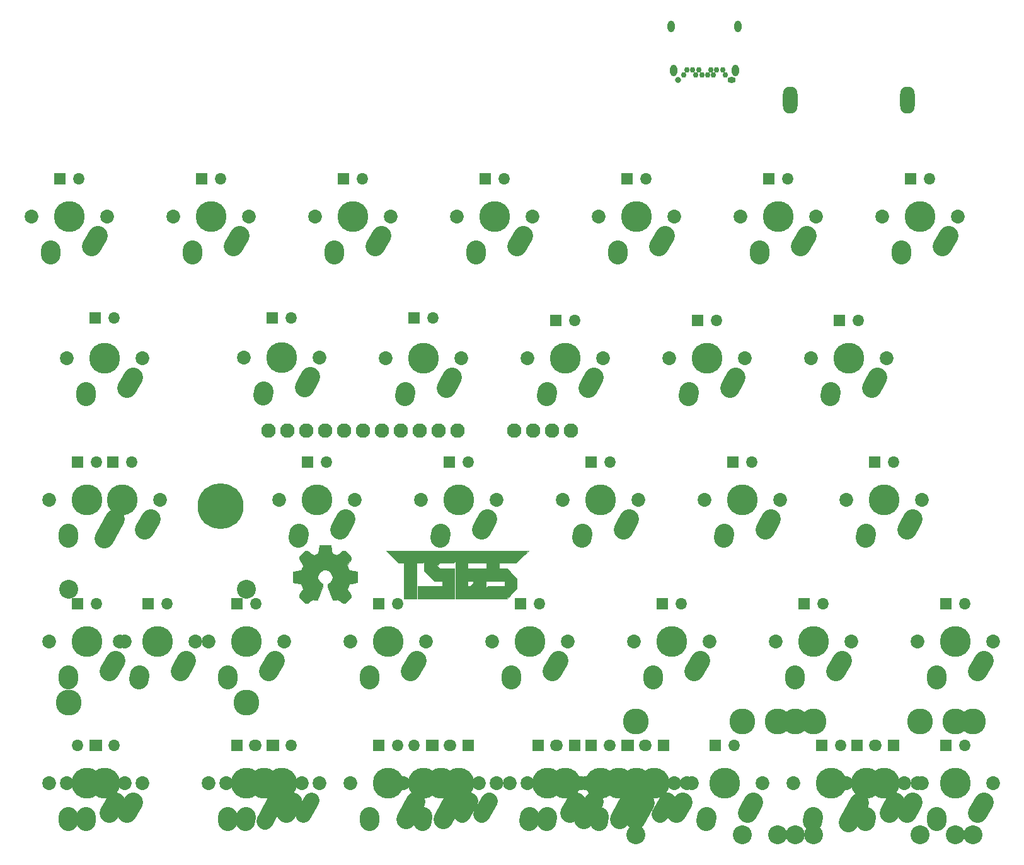
<source format=gbr>
G04 #@! TF.FileFunction,Soldermask,Top*
%FSLAX46Y46*%
G04 Gerber Fmt 4.6, Leading zero omitted, Abs format (unit mm)*
G04 Created by KiCad (PCBNEW 4.0.1-stable) date 2/1/2016 10:13:23 PM*
%MOMM*%
G01*
G04 APERTURE LIST*
%ADD10C,0.150000*%
%ADD11C,0.010000*%
%ADD12C,0.002540*%
%ADD13O,1.552400X1.552400*%
%ADD14R,1.552400X1.552400*%
%ADD15C,4.140210*%
%ADD16C,1.854210*%
%ADD17C,2.652400*%
%ADD18C,2.540000*%
%ADD19C,3.479800*%
%ADD20C,2.252400*%
%ADD21C,2.452400*%
%ADD22C,1.952400*%
%ADD23C,6.152400*%
%ADD24O,1.952400X3.652400*%
%ADD25C,2.152400*%
%ADD26O,0.952400X1.552400*%
%ADD27C,0.802400*%
%ADD28O,1.102400X0.802400*%
%ADD29C,0.752400*%
G04 APERTURE END LIST*
D10*
D11*
G36*
X86580320Y-91435360D02*
X84182560Y-91435360D01*
X84182560Y-92166880D01*
X86580320Y-92166880D01*
X86580320Y-93497840D01*
X86580378Y-93660521D01*
X86580547Y-93817499D01*
X86580822Y-93967585D01*
X86581194Y-94109589D01*
X86581657Y-94242325D01*
X86582204Y-94364602D01*
X86582828Y-94475233D01*
X86583522Y-94573030D01*
X86584279Y-94656804D01*
X86585092Y-94725366D01*
X86585955Y-94777528D01*
X86586860Y-94812102D01*
X86587800Y-94827899D01*
X86588086Y-94828800D01*
X86597397Y-94821938D01*
X86618568Y-94802868D01*
X86649202Y-94773856D01*
X86686900Y-94737174D01*
X86727639Y-94696720D01*
X86859426Y-94564640D01*
X89110160Y-94564640D01*
X89110160Y-93843280D01*
X86712400Y-93843280D01*
X86712400Y-89769120D01*
X92315593Y-89769120D01*
X91482519Y-90602240D01*
X90649446Y-91435360D01*
X88388800Y-91435360D01*
X88388800Y-92166880D01*
X88914608Y-92166879D01*
X89440417Y-92166879D01*
X90113488Y-92840008D01*
X90786560Y-93513136D01*
X90786559Y-94204017D01*
X90786559Y-94894897D01*
X90113431Y-95567968D01*
X89440303Y-96241040D01*
X82516161Y-96241040D01*
X82518633Y-93843280D01*
X84182560Y-93843280D01*
X84182560Y-94564640D01*
X84462129Y-94564640D01*
X84688104Y-94338497D01*
X84914080Y-94112354D01*
X84914080Y-93843280D01*
X84182560Y-93843280D01*
X82518633Y-93843280D01*
X82518780Y-93701204D01*
X82521400Y-91161369D01*
X82414720Y-91267252D01*
X82371065Y-91309981D01*
X82337327Y-91340978D01*
X82309433Y-91363248D01*
X82283309Y-91379795D01*
X82254884Y-91393626D01*
X82229035Y-91404247D01*
X82150031Y-91435359D01*
X81299289Y-91435359D01*
X80448548Y-91435360D01*
X80265879Y-91618240D01*
X80083211Y-91801119D01*
X80265880Y-91983999D01*
X80448548Y-92166880D01*
X82384240Y-92166880D01*
X82384240Y-96241040D01*
X77416000Y-96241040D01*
X77416000Y-94564640D01*
X80718000Y-94564640D01*
X80718000Y-93843280D01*
X80187111Y-93843280D01*
X79656222Y-93843279D01*
X78983002Y-93170002D01*
X78309781Y-92496724D01*
X78312470Y-91846662D01*
X78313076Y-91733099D01*
X78313915Y-91625215D01*
X78314956Y-91524783D01*
X78316169Y-91433575D01*
X78317522Y-91353363D01*
X78318984Y-91285919D01*
X78320525Y-91233015D01*
X78322115Y-91196423D01*
X78323721Y-91177916D01*
X78324140Y-91176280D01*
X78320163Y-91176740D01*
X78303848Y-91189833D01*
X78277172Y-91213772D01*
X78242116Y-91246772D01*
X78200657Y-91287045D01*
X78191929Y-91295660D01*
X78050736Y-91435360D01*
X77283920Y-91435360D01*
X77283920Y-96241040D01*
X75617680Y-96241040D01*
X75617680Y-91435360D01*
X74850553Y-91435360D01*
X74017479Y-90602240D01*
X73184406Y-89769120D01*
X86580320Y-89769120D01*
X86580320Y-91435360D01*
X86580320Y-91435360D01*
G37*
X86580320Y-91435360D02*
X84182560Y-91435360D01*
X84182560Y-92166880D01*
X86580320Y-92166880D01*
X86580320Y-93497840D01*
X86580378Y-93660521D01*
X86580547Y-93817499D01*
X86580822Y-93967585D01*
X86581194Y-94109589D01*
X86581657Y-94242325D01*
X86582204Y-94364602D01*
X86582828Y-94475233D01*
X86583522Y-94573030D01*
X86584279Y-94656804D01*
X86585092Y-94725366D01*
X86585955Y-94777528D01*
X86586860Y-94812102D01*
X86587800Y-94827899D01*
X86588086Y-94828800D01*
X86597397Y-94821938D01*
X86618568Y-94802868D01*
X86649202Y-94773856D01*
X86686900Y-94737174D01*
X86727639Y-94696720D01*
X86859426Y-94564640D01*
X89110160Y-94564640D01*
X89110160Y-93843280D01*
X86712400Y-93843280D01*
X86712400Y-89769120D01*
X92315593Y-89769120D01*
X91482519Y-90602240D01*
X90649446Y-91435360D01*
X88388800Y-91435360D01*
X88388800Y-92166880D01*
X88914608Y-92166879D01*
X89440417Y-92166879D01*
X90113488Y-92840008D01*
X90786560Y-93513136D01*
X90786559Y-94204017D01*
X90786559Y-94894897D01*
X90113431Y-95567968D01*
X89440303Y-96241040D01*
X82516161Y-96241040D01*
X82518633Y-93843280D01*
X84182560Y-93843280D01*
X84182560Y-94564640D01*
X84462129Y-94564640D01*
X84688104Y-94338497D01*
X84914080Y-94112354D01*
X84914080Y-93843280D01*
X84182560Y-93843280D01*
X82518633Y-93843280D01*
X82518780Y-93701204D01*
X82521400Y-91161369D01*
X82414720Y-91267252D01*
X82371065Y-91309981D01*
X82337327Y-91340978D01*
X82309433Y-91363248D01*
X82283309Y-91379795D01*
X82254884Y-91393626D01*
X82229035Y-91404247D01*
X82150031Y-91435359D01*
X81299289Y-91435359D01*
X80448548Y-91435360D01*
X80265879Y-91618240D01*
X80083211Y-91801119D01*
X80265880Y-91983999D01*
X80448548Y-92166880D01*
X82384240Y-92166880D01*
X82384240Y-96241040D01*
X77416000Y-96241040D01*
X77416000Y-94564640D01*
X80718000Y-94564640D01*
X80718000Y-93843280D01*
X80187111Y-93843280D01*
X79656222Y-93843279D01*
X78983002Y-93170002D01*
X78309781Y-92496724D01*
X78312470Y-91846662D01*
X78313076Y-91733099D01*
X78313915Y-91625215D01*
X78314956Y-91524783D01*
X78316169Y-91433575D01*
X78317522Y-91353363D01*
X78318984Y-91285919D01*
X78320525Y-91233015D01*
X78322115Y-91196423D01*
X78323721Y-91177916D01*
X78324140Y-91176280D01*
X78320163Y-91176740D01*
X78303848Y-91189833D01*
X78277172Y-91213772D01*
X78242116Y-91246772D01*
X78200657Y-91287045D01*
X78191929Y-91295660D01*
X78050736Y-91435360D01*
X77283920Y-91435360D01*
X77283920Y-96241040D01*
X75617680Y-96241040D01*
X75617680Y-91435360D01*
X74850553Y-91435360D01*
X74017479Y-90602240D01*
X73184406Y-89769120D01*
X86580320Y-89769120D01*
X86580320Y-91435360D01*
D12*
G36*
X69330700Y-93492760D02*
X69330700Y-93629920D01*
X69330700Y-93741680D01*
X69328160Y-93830580D01*
X69328160Y-93901700D01*
X69325620Y-93955040D01*
X69323080Y-93993140D01*
X69320540Y-94021080D01*
X69315460Y-94036320D01*
X69310380Y-94041400D01*
X69292600Y-94049020D01*
X69249420Y-94059180D01*
X69185920Y-94074420D01*
X69104640Y-94089660D01*
X69008120Y-94109980D01*
X68898900Y-94130300D01*
X68784600Y-94153160D01*
X68657600Y-94176020D01*
X68543300Y-94198880D01*
X68444240Y-94219200D01*
X68362960Y-94236980D01*
X68302000Y-94249680D01*
X68266440Y-94259840D01*
X68256280Y-94264920D01*
X68246120Y-94282700D01*
X68225800Y-94320800D01*
X68200400Y-94379220D01*
X68169920Y-94447800D01*
X68136900Y-94524000D01*
X68103880Y-94607820D01*
X68070860Y-94689100D01*
X68040380Y-94765300D01*
X68014980Y-94833880D01*
X67994660Y-94889760D01*
X67981960Y-94927860D01*
X67979420Y-94943100D01*
X67987040Y-94955800D01*
X68009900Y-94991360D01*
X68045460Y-95044700D01*
X68091180Y-95110740D01*
X68144520Y-95189480D01*
X68202940Y-95275840D01*
X68241040Y-95329180D01*
X68497580Y-95705100D01*
X68497580Y-95872740D01*
X68497580Y-96040380D01*
X68106420Y-96431540D01*
X67715260Y-96822700D01*
X67550160Y-96822700D01*
X67387600Y-96822700D01*
X67016760Y-96568700D01*
X66648460Y-96314700D01*
X66529080Y-96378200D01*
X66412240Y-96444240D01*
X66239520Y-96439160D01*
X66066800Y-96434080D01*
X65688340Y-95524760D01*
X65309880Y-94615440D01*
X65309880Y-94470660D01*
X65309880Y-94407160D01*
X65312420Y-94353820D01*
X65314960Y-94318260D01*
X65317500Y-94305560D01*
X65332740Y-94287780D01*
X65365760Y-94259840D01*
X65411480Y-94224280D01*
X65454660Y-94193800D01*
X65571500Y-94107440D01*
X65668020Y-94026160D01*
X65746760Y-93944880D01*
X65812800Y-93858520D01*
X65871220Y-93759460D01*
X65909320Y-93685800D01*
X65967740Y-93553720D01*
X66000760Y-93434340D01*
X66008380Y-93325120D01*
X66003300Y-93256540D01*
X65957580Y-93091440D01*
X65886460Y-92936500D01*
X65795020Y-92791720D01*
X65678180Y-92659640D01*
X65543560Y-92545340D01*
X65393700Y-92451360D01*
X65373380Y-92441200D01*
X65266700Y-92392940D01*
X65162560Y-92359920D01*
X65063500Y-92339600D01*
X65005080Y-92334520D01*
X64898400Y-92347220D01*
X64779020Y-92380240D01*
X64654560Y-92433580D01*
X64532640Y-92504700D01*
X64418340Y-92588520D01*
X64314200Y-92682500D01*
X64248160Y-92753620D01*
X64187200Y-92842520D01*
X64126240Y-92949200D01*
X64075440Y-93063500D01*
X64034800Y-93172720D01*
X64024640Y-93208280D01*
X64011940Y-93281940D01*
X64006860Y-93350520D01*
X64011940Y-93416560D01*
X64032260Y-93492760D01*
X64062740Y-93586740D01*
X64070360Y-93607060D01*
X64144020Y-93762000D01*
X64240540Y-93904240D01*
X64362460Y-94036320D01*
X64507240Y-94155700D01*
X64606300Y-94224280D01*
X64646940Y-94252220D01*
X64679960Y-94275080D01*
X64695200Y-94287780D01*
X64697740Y-94308100D01*
X64702820Y-94351280D01*
X64702820Y-94407160D01*
X64705360Y-94460500D01*
X64705360Y-94615440D01*
X64337060Y-95499360D01*
X64276100Y-95651760D01*
X64217680Y-95794000D01*
X64161800Y-95928620D01*
X64111000Y-96050540D01*
X64065280Y-96157220D01*
X64027180Y-96248660D01*
X63996700Y-96324860D01*
X63973840Y-96378200D01*
X63958600Y-96408680D01*
X63956060Y-96413760D01*
X63948440Y-96426460D01*
X63933200Y-96434080D01*
X63907800Y-96439160D01*
X63867160Y-96441700D01*
X63806200Y-96441700D01*
X63775720Y-96441700D01*
X63608080Y-96441700D01*
X63488700Y-96378200D01*
X63369320Y-96314700D01*
X63138180Y-96474720D01*
X63054360Y-96530600D01*
X62968000Y-96591560D01*
X62884180Y-96647440D01*
X62813060Y-96695700D01*
X62767340Y-96728720D01*
X62627640Y-96822700D01*
X62462540Y-96822700D01*
X62299980Y-96822700D01*
X61906280Y-96431540D01*
X61515120Y-96040380D01*
X61515120Y-95875280D01*
X61515120Y-95804160D01*
X61517660Y-95755900D01*
X61522740Y-95720340D01*
X61530360Y-95694940D01*
X61545600Y-95669540D01*
X61563380Y-95644140D01*
X61583700Y-95613660D01*
X61616720Y-95562860D01*
X61662440Y-95496820D01*
X61713240Y-95420620D01*
X61771660Y-95336800D01*
X61822460Y-95260600D01*
X61880880Y-95176780D01*
X61931680Y-95100580D01*
X61974860Y-95034540D01*
X62007880Y-94981200D01*
X62030740Y-94945640D01*
X62038360Y-94930400D01*
X62033280Y-94912620D01*
X62018040Y-94871980D01*
X61997720Y-94813560D01*
X61967240Y-94739900D01*
X61934220Y-94656080D01*
X61908820Y-94590040D01*
X61865640Y-94480820D01*
X61830080Y-94397000D01*
X61802140Y-94333500D01*
X61779280Y-94290320D01*
X61764040Y-94264920D01*
X61751340Y-94254760D01*
X61728480Y-94249680D01*
X61685300Y-94239520D01*
X61619260Y-94226820D01*
X61535440Y-94209040D01*
X61436380Y-94191260D01*
X61327160Y-94168400D01*
X61220480Y-94150620D01*
X61106180Y-94127760D01*
X60996960Y-94107440D01*
X60902980Y-94087120D01*
X60821700Y-94071880D01*
X60758200Y-94056640D01*
X60717560Y-94046480D01*
X60702320Y-94041400D01*
X60697240Y-94033780D01*
X60694700Y-94016000D01*
X60692160Y-93985520D01*
X60689620Y-93942340D01*
X60687080Y-93883920D01*
X60684540Y-93805180D01*
X60684540Y-93708660D01*
X60684540Y-93589280D01*
X60682000Y-93441960D01*
X60682000Y-93330200D01*
X60682000Y-92634240D01*
X60715020Y-92616460D01*
X60735340Y-92608840D01*
X60781060Y-92596140D01*
X60847100Y-92583440D01*
X60930920Y-92565660D01*
X61029980Y-92545340D01*
X61141740Y-92525020D01*
X61258580Y-92502160D01*
X61261120Y-92502160D01*
X61377960Y-92479300D01*
X61487180Y-92458980D01*
X61586240Y-92438660D01*
X61667520Y-92420880D01*
X61731020Y-92408180D01*
X61774200Y-92395480D01*
X61794520Y-92390400D01*
X61794520Y-92390400D01*
X61804680Y-92372620D01*
X61822460Y-92334520D01*
X61847860Y-92278640D01*
X61880880Y-92210060D01*
X61913900Y-92133860D01*
X61946920Y-92055120D01*
X61982480Y-91978920D01*
X62012960Y-91907800D01*
X62038360Y-91844300D01*
X62056140Y-91798580D01*
X62066300Y-91770640D01*
X62066300Y-91768100D01*
X62058680Y-91752860D01*
X62035820Y-91717300D01*
X62002800Y-91663960D01*
X61957080Y-91595380D01*
X61903740Y-91516640D01*
X61842780Y-91427740D01*
X61791980Y-91351540D01*
X61515120Y-90950220D01*
X61515120Y-90787660D01*
X61515120Y-90625100D01*
X61906280Y-90231400D01*
X62297440Y-89840240D01*
X62465080Y-89840240D01*
X62632720Y-89840240D01*
X62988320Y-90084080D01*
X63079760Y-90145040D01*
X63166120Y-90206000D01*
X63244860Y-90259340D01*
X63310900Y-90305060D01*
X63361700Y-90340620D01*
X63394720Y-90363480D01*
X63399800Y-90366020D01*
X63458220Y-90406660D01*
X63724920Y-90297440D01*
X63829060Y-90256800D01*
X63907800Y-90223780D01*
X63968760Y-90198380D01*
X64011940Y-90178060D01*
X64039880Y-90162820D01*
X64057660Y-90150120D01*
X64070360Y-90139960D01*
X64075440Y-90127260D01*
X64075440Y-90124720D01*
X64080520Y-90104400D01*
X64090680Y-90058680D01*
X64103380Y-89995180D01*
X64118620Y-89911360D01*
X64138940Y-89812300D01*
X64159260Y-89703080D01*
X64179580Y-89583700D01*
X64182120Y-89571000D01*
X64204980Y-89454160D01*
X64227840Y-89342400D01*
X64245620Y-89243340D01*
X64263400Y-89159520D01*
X64278640Y-89093480D01*
X64288800Y-89047760D01*
X64296420Y-89027440D01*
X64296420Y-89027440D01*
X64304040Y-89022360D01*
X64321820Y-89019820D01*
X64347220Y-89014740D01*
X64387860Y-89012200D01*
X64443740Y-89012200D01*
X64517400Y-89009660D01*
X64608840Y-89009660D01*
X64723140Y-89007120D01*
X64862840Y-89007120D01*
X65005080Y-89007120D01*
X65142240Y-89007120D01*
X65271780Y-89009660D01*
X65388620Y-89009660D01*
X65492760Y-89012200D01*
X65581660Y-89012200D01*
X65647700Y-89014740D01*
X65693420Y-89017280D01*
X65716280Y-89019820D01*
X65716280Y-89019820D01*
X65723900Y-89037600D01*
X65734060Y-89078240D01*
X65749300Y-89146820D01*
X65769620Y-89233180D01*
X65789940Y-89342400D01*
X65815340Y-89469400D01*
X65833120Y-89565920D01*
X65855980Y-89685300D01*
X65876300Y-89799600D01*
X65896620Y-89901200D01*
X65911860Y-89987560D01*
X65927100Y-90056140D01*
X65937260Y-90104400D01*
X65942340Y-90129800D01*
X65942340Y-90129800D01*
X65955040Y-90145040D01*
X65985520Y-90162820D01*
X66031240Y-90185680D01*
X66099820Y-90216160D01*
X66188720Y-90256800D01*
X66254760Y-90282200D01*
X66351280Y-90322840D01*
X66424940Y-90350780D01*
X66478280Y-90373640D01*
X66518920Y-90386340D01*
X66544320Y-90391420D01*
X66564640Y-90393960D01*
X66577340Y-90388880D01*
X66590040Y-90383800D01*
X66592580Y-90381260D01*
X66612900Y-90368560D01*
X66653540Y-90340620D01*
X66709420Y-90299980D01*
X66783080Y-90251720D01*
X66864360Y-90195840D01*
X66955800Y-90134880D01*
X67006600Y-90099320D01*
X67382520Y-89840240D01*
X67550160Y-89840240D01*
X67715260Y-89840240D01*
X68106420Y-90231400D01*
X68497580Y-90622560D01*
X68497580Y-90790200D01*
X68497580Y-90957840D01*
X68220720Y-91359160D01*
X67943860Y-91760480D01*
X68075940Y-92072900D01*
X68116580Y-92161800D01*
X68152140Y-92243080D01*
X68185160Y-92309120D01*
X68210560Y-92359920D01*
X68228340Y-92390400D01*
X68233420Y-92395480D01*
X68253740Y-92400560D01*
X68296920Y-92410720D01*
X68360420Y-92425960D01*
X68444240Y-92441200D01*
X68543300Y-92461520D01*
X68652520Y-92481840D01*
X68769360Y-92504700D01*
X68782060Y-92507240D01*
X68919220Y-92532640D01*
X69038600Y-92555500D01*
X69137660Y-92575820D01*
X69218940Y-92593600D01*
X69277360Y-92608840D01*
X69310380Y-92619000D01*
X69318000Y-92624080D01*
X69320540Y-92639320D01*
X69323080Y-92682500D01*
X69325620Y-92748540D01*
X69328160Y-92834900D01*
X69328160Y-92936500D01*
X69330700Y-93050800D01*
X69330700Y-93177800D01*
X69330700Y-93314960D01*
X69330700Y-93332740D01*
X69330700Y-93492760D01*
X69330700Y-93492760D01*
X69330700Y-93492760D01*
G37*
X69330700Y-93492760D02*
X69330700Y-93629920D01*
X69330700Y-93741680D01*
X69328160Y-93830580D01*
X69328160Y-93901700D01*
X69325620Y-93955040D01*
X69323080Y-93993140D01*
X69320540Y-94021080D01*
X69315460Y-94036320D01*
X69310380Y-94041400D01*
X69292600Y-94049020D01*
X69249420Y-94059180D01*
X69185920Y-94074420D01*
X69104640Y-94089660D01*
X69008120Y-94109980D01*
X68898900Y-94130300D01*
X68784600Y-94153160D01*
X68657600Y-94176020D01*
X68543300Y-94198880D01*
X68444240Y-94219200D01*
X68362960Y-94236980D01*
X68302000Y-94249680D01*
X68266440Y-94259840D01*
X68256280Y-94264920D01*
X68246120Y-94282700D01*
X68225800Y-94320800D01*
X68200400Y-94379220D01*
X68169920Y-94447800D01*
X68136900Y-94524000D01*
X68103880Y-94607820D01*
X68070860Y-94689100D01*
X68040380Y-94765300D01*
X68014980Y-94833880D01*
X67994660Y-94889760D01*
X67981960Y-94927860D01*
X67979420Y-94943100D01*
X67987040Y-94955800D01*
X68009900Y-94991360D01*
X68045460Y-95044700D01*
X68091180Y-95110740D01*
X68144520Y-95189480D01*
X68202940Y-95275840D01*
X68241040Y-95329180D01*
X68497580Y-95705100D01*
X68497580Y-95872740D01*
X68497580Y-96040380D01*
X68106420Y-96431540D01*
X67715260Y-96822700D01*
X67550160Y-96822700D01*
X67387600Y-96822700D01*
X67016760Y-96568700D01*
X66648460Y-96314700D01*
X66529080Y-96378200D01*
X66412240Y-96444240D01*
X66239520Y-96439160D01*
X66066800Y-96434080D01*
X65688340Y-95524760D01*
X65309880Y-94615440D01*
X65309880Y-94470660D01*
X65309880Y-94407160D01*
X65312420Y-94353820D01*
X65314960Y-94318260D01*
X65317500Y-94305560D01*
X65332740Y-94287780D01*
X65365760Y-94259840D01*
X65411480Y-94224280D01*
X65454660Y-94193800D01*
X65571500Y-94107440D01*
X65668020Y-94026160D01*
X65746760Y-93944880D01*
X65812800Y-93858520D01*
X65871220Y-93759460D01*
X65909320Y-93685800D01*
X65967740Y-93553720D01*
X66000760Y-93434340D01*
X66008380Y-93325120D01*
X66003300Y-93256540D01*
X65957580Y-93091440D01*
X65886460Y-92936500D01*
X65795020Y-92791720D01*
X65678180Y-92659640D01*
X65543560Y-92545340D01*
X65393700Y-92451360D01*
X65373380Y-92441200D01*
X65266700Y-92392940D01*
X65162560Y-92359920D01*
X65063500Y-92339600D01*
X65005080Y-92334520D01*
X64898400Y-92347220D01*
X64779020Y-92380240D01*
X64654560Y-92433580D01*
X64532640Y-92504700D01*
X64418340Y-92588520D01*
X64314200Y-92682500D01*
X64248160Y-92753620D01*
X64187200Y-92842520D01*
X64126240Y-92949200D01*
X64075440Y-93063500D01*
X64034800Y-93172720D01*
X64024640Y-93208280D01*
X64011940Y-93281940D01*
X64006860Y-93350520D01*
X64011940Y-93416560D01*
X64032260Y-93492760D01*
X64062740Y-93586740D01*
X64070360Y-93607060D01*
X64144020Y-93762000D01*
X64240540Y-93904240D01*
X64362460Y-94036320D01*
X64507240Y-94155700D01*
X64606300Y-94224280D01*
X64646940Y-94252220D01*
X64679960Y-94275080D01*
X64695200Y-94287780D01*
X64697740Y-94308100D01*
X64702820Y-94351280D01*
X64702820Y-94407160D01*
X64705360Y-94460500D01*
X64705360Y-94615440D01*
X64337060Y-95499360D01*
X64276100Y-95651760D01*
X64217680Y-95794000D01*
X64161800Y-95928620D01*
X64111000Y-96050540D01*
X64065280Y-96157220D01*
X64027180Y-96248660D01*
X63996700Y-96324860D01*
X63973840Y-96378200D01*
X63958600Y-96408680D01*
X63956060Y-96413760D01*
X63948440Y-96426460D01*
X63933200Y-96434080D01*
X63907800Y-96439160D01*
X63867160Y-96441700D01*
X63806200Y-96441700D01*
X63775720Y-96441700D01*
X63608080Y-96441700D01*
X63488700Y-96378200D01*
X63369320Y-96314700D01*
X63138180Y-96474720D01*
X63054360Y-96530600D01*
X62968000Y-96591560D01*
X62884180Y-96647440D01*
X62813060Y-96695700D01*
X62767340Y-96728720D01*
X62627640Y-96822700D01*
X62462540Y-96822700D01*
X62299980Y-96822700D01*
X61906280Y-96431540D01*
X61515120Y-96040380D01*
X61515120Y-95875280D01*
X61515120Y-95804160D01*
X61517660Y-95755900D01*
X61522740Y-95720340D01*
X61530360Y-95694940D01*
X61545600Y-95669540D01*
X61563380Y-95644140D01*
X61583700Y-95613660D01*
X61616720Y-95562860D01*
X61662440Y-95496820D01*
X61713240Y-95420620D01*
X61771660Y-95336800D01*
X61822460Y-95260600D01*
X61880880Y-95176780D01*
X61931680Y-95100580D01*
X61974860Y-95034540D01*
X62007880Y-94981200D01*
X62030740Y-94945640D01*
X62038360Y-94930400D01*
X62033280Y-94912620D01*
X62018040Y-94871980D01*
X61997720Y-94813560D01*
X61967240Y-94739900D01*
X61934220Y-94656080D01*
X61908820Y-94590040D01*
X61865640Y-94480820D01*
X61830080Y-94397000D01*
X61802140Y-94333500D01*
X61779280Y-94290320D01*
X61764040Y-94264920D01*
X61751340Y-94254760D01*
X61728480Y-94249680D01*
X61685300Y-94239520D01*
X61619260Y-94226820D01*
X61535440Y-94209040D01*
X61436380Y-94191260D01*
X61327160Y-94168400D01*
X61220480Y-94150620D01*
X61106180Y-94127760D01*
X60996960Y-94107440D01*
X60902980Y-94087120D01*
X60821700Y-94071880D01*
X60758200Y-94056640D01*
X60717560Y-94046480D01*
X60702320Y-94041400D01*
X60697240Y-94033780D01*
X60694700Y-94016000D01*
X60692160Y-93985520D01*
X60689620Y-93942340D01*
X60687080Y-93883920D01*
X60684540Y-93805180D01*
X60684540Y-93708660D01*
X60684540Y-93589280D01*
X60682000Y-93441960D01*
X60682000Y-93330200D01*
X60682000Y-92634240D01*
X60715020Y-92616460D01*
X60735340Y-92608840D01*
X60781060Y-92596140D01*
X60847100Y-92583440D01*
X60930920Y-92565660D01*
X61029980Y-92545340D01*
X61141740Y-92525020D01*
X61258580Y-92502160D01*
X61261120Y-92502160D01*
X61377960Y-92479300D01*
X61487180Y-92458980D01*
X61586240Y-92438660D01*
X61667520Y-92420880D01*
X61731020Y-92408180D01*
X61774200Y-92395480D01*
X61794520Y-92390400D01*
X61794520Y-92390400D01*
X61804680Y-92372620D01*
X61822460Y-92334520D01*
X61847860Y-92278640D01*
X61880880Y-92210060D01*
X61913900Y-92133860D01*
X61946920Y-92055120D01*
X61982480Y-91978920D01*
X62012960Y-91907800D01*
X62038360Y-91844300D01*
X62056140Y-91798580D01*
X62066300Y-91770640D01*
X62066300Y-91768100D01*
X62058680Y-91752860D01*
X62035820Y-91717300D01*
X62002800Y-91663960D01*
X61957080Y-91595380D01*
X61903740Y-91516640D01*
X61842780Y-91427740D01*
X61791980Y-91351540D01*
X61515120Y-90950220D01*
X61515120Y-90787660D01*
X61515120Y-90625100D01*
X61906280Y-90231400D01*
X62297440Y-89840240D01*
X62465080Y-89840240D01*
X62632720Y-89840240D01*
X62988320Y-90084080D01*
X63079760Y-90145040D01*
X63166120Y-90206000D01*
X63244860Y-90259340D01*
X63310900Y-90305060D01*
X63361700Y-90340620D01*
X63394720Y-90363480D01*
X63399800Y-90366020D01*
X63458220Y-90406660D01*
X63724920Y-90297440D01*
X63829060Y-90256800D01*
X63907800Y-90223780D01*
X63968760Y-90198380D01*
X64011940Y-90178060D01*
X64039880Y-90162820D01*
X64057660Y-90150120D01*
X64070360Y-90139960D01*
X64075440Y-90127260D01*
X64075440Y-90124720D01*
X64080520Y-90104400D01*
X64090680Y-90058680D01*
X64103380Y-89995180D01*
X64118620Y-89911360D01*
X64138940Y-89812300D01*
X64159260Y-89703080D01*
X64179580Y-89583700D01*
X64182120Y-89571000D01*
X64204980Y-89454160D01*
X64227840Y-89342400D01*
X64245620Y-89243340D01*
X64263400Y-89159520D01*
X64278640Y-89093480D01*
X64288800Y-89047760D01*
X64296420Y-89027440D01*
X64296420Y-89027440D01*
X64304040Y-89022360D01*
X64321820Y-89019820D01*
X64347220Y-89014740D01*
X64387860Y-89012200D01*
X64443740Y-89012200D01*
X64517400Y-89009660D01*
X64608840Y-89009660D01*
X64723140Y-89007120D01*
X64862840Y-89007120D01*
X65005080Y-89007120D01*
X65142240Y-89007120D01*
X65271780Y-89009660D01*
X65388620Y-89009660D01*
X65492760Y-89012200D01*
X65581660Y-89012200D01*
X65647700Y-89014740D01*
X65693420Y-89017280D01*
X65716280Y-89019820D01*
X65716280Y-89019820D01*
X65723900Y-89037600D01*
X65734060Y-89078240D01*
X65749300Y-89146820D01*
X65769620Y-89233180D01*
X65789940Y-89342400D01*
X65815340Y-89469400D01*
X65833120Y-89565920D01*
X65855980Y-89685300D01*
X65876300Y-89799600D01*
X65896620Y-89901200D01*
X65911860Y-89987560D01*
X65927100Y-90056140D01*
X65937260Y-90104400D01*
X65942340Y-90129800D01*
X65942340Y-90129800D01*
X65955040Y-90145040D01*
X65985520Y-90162820D01*
X66031240Y-90185680D01*
X66099820Y-90216160D01*
X66188720Y-90256800D01*
X66254760Y-90282200D01*
X66351280Y-90322840D01*
X66424940Y-90350780D01*
X66478280Y-90373640D01*
X66518920Y-90386340D01*
X66544320Y-90391420D01*
X66564640Y-90393960D01*
X66577340Y-90388880D01*
X66590040Y-90383800D01*
X66592580Y-90381260D01*
X66612900Y-90368560D01*
X66653540Y-90340620D01*
X66709420Y-90299980D01*
X66783080Y-90251720D01*
X66864360Y-90195840D01*
X66955800Y-90134880D01*
X67006600Y-90099320D01*
X67382520Y-89840240D01*
X67550160Y-89840240D01*
X67715260Y-89840240D01*
X68106420Y-90231400D01*
X68497580Y-90622560D01*
X68497580Y-90790200D01*
X68497580Y-90957840D01*
X68220720Y-91359160D01*
X67943860Y-91760480D01*
X68075940Y-92072900D01*
X68116580Y-92161800D01*
X68152140Y-92243080D01*
X68185160Y-92309120D01*
X68210560Y-92359920D01*
X68228340Y-92390400D01*
X68233420Y-92395480D01*
X68253740Y-92400560D01*
X68296920Y-92410720D01*
X68360420Y-92425960D01*
X68444240Y-92441200D01*
X68543300Y-92461520D01*
X68652520Y-92481840D01*
X68769360Y-92504700D01*
X68782060Y-92507240D01*
X68919220Y-92532640D01*
X69038600Y-92555500D01*
X69137660Y-92575820D01*
X69218940Y-92593600D01*
X69277360Y-92608840D01*
X69310380Y-92619000D01*
X69318000Y-92624080D01*
X69320540Y-92639320D01*
X69323080Y-92682500D01*
X69325620Y-92748540D01*
X69328160Y-92834900D01*
X69328160Y-92936500D01*
X69330700Y-93050800D01*
X69330700Y-93177800D01*
X69330700Y-93314960D01*
X69330700Y-93332740D01*
X69330700Y-93492760D01*
X69330700Y-93492760D01*
D13*
X138874000Y-115951000D03*
D14*
X141414000Y-115951000D03*
D15*
X140144000Y-121031000D03*
D16*
X145224000Y-121031000D03*
X135064000Y-121031000D03*
D17*
X143143547Y-125030954D02*
X143954453Y-123571046D01*
X137604276Y-126110328D02*
X137643724Y-125531672D01*
D18*
X152082000Y-128016000D03*
X128206000Y-128016000D03*
D19*
X152082000Y-112776000D03*
X128206000Y-112776000D03*
D13*
X107918000Y-115951000D03*
D14*
X110458000Y-115951000D03*
D13*
X108077000Y-115951000D03*
D14*
X105537000Y-115951000D03*
D13*
X103156000Y-115951000D03*
D14*
X105696000Y-115951000D03*
D13*
X103315000Y-115951000D03*
D14*
X100775000Y-115951000D03*
D13*
X96012000Y-115951000D03*
D14*
X98552000Y-115951000D03*
D15*
X106807000Y-121031000D03*
D16*
X111887000Y-121031000D03*
D20*
X109997432Y-125205793D02*
X111002568Y-123396207D01*
D15*
X104426000Y-121031000D03*
D16*
X99346000Y-121031000D03*
D17*
X106651760Y-125967052D02*
X107948240Y-123632948D01*
D21*
X101773474Y-126210097D02*
X101826526Y-125431903D01*
D15*
X102045000Y-121031000D03*
D17*
X104551760Y-125867052D02*
X105848240Y-123532948D01*
D15*
X97282000Y-121031000D03*
D16*
X92202000Y-121031000D03*
D17*
X99751760Y-125867052D02*
X101048240Y-123532948D01*
X94742276Y-126110328D02*
X94781724Y-125531672D01*
D15*
X109188000Y-121031000D03*
D16*
X114268000Y-121031000D03*
D17*
X112187547Y-125030954D02*
X112998453Y-123571046D01*
D13*
X81725000Y-115951000D03*
D14*
X84265000Y-115951000D03*
D15*
X82995000Y-121031000D03*
D16*
X88075000Y-121031000D03*
D20*
X85997432Y-125205793D02*
X87002568Y-123396207D01*
D15*
X133001000Y-121031000D03*
D16*
X127921000Y-121031000D03*
D17*
X135271641Y-126311294D02*
X136728359Y-123688706D01*
X130461276Y-126110328D02*
X130500724Y-125531672D01*
D15*
X137763000Y-121031000D03*
D16*
X142843000Y-121031000D03*
D17*
X140762547Y-125030954D02*
X141573453Y-123571046D01*
D15*
X106807000Y-44831000D03*
D16*
X111887000Y-44831000D03*
X101727000Y-44831000D03*
D17*
X109806547Y-48830954D02*
X110617453Y-47371046D01*
X104267276Y-49910328D02*
X104306724Y-49331672D01*
D15*
X97282000Y-63881000D03*
D16*
X102362000Y-63881000D03*
X92202000Y-63881000D03*
D17*
X100281547Y-67880954D02*
X101092453Y-66421046D01*
X94742276Y-68960328D02*
X94781724Y-68381672D01*
D18*
X144939000Y-128016000D03*
X121063000Y-128016000D03*
D19*
X144939000Y-112776000D03*
X121063000Y-112776000D03*
D15*
X73469000Y-121031000D03*
D16*
X68389000Y-121031000D03*
D17*
X75851760Y-125867052D02*
X77148240Y-123532948D01*
X70929276Y-126110328D02*
X70968724Y-125531672D01*
D18*
X149701000Y-128016000D03*
X125825000Y-128016000D03*
D19*
X149701000Y-112776000D03*
X125825000Y-112776000D03*
D18*
X130651000Y-128016000D03*
X106775000Y-128016000D03*
D19*
X130651000Y-112776000D03*
X106775000Y-112776000D03*
D15*
X32988000Y-121031000D03*
D16*
X38068000Y-121031000D03*
X27908000Y-121031000D03*
D17*
X35987547Y-125030954D02*
X36798453Y-123571046D01*
X30448276Y-126110328D02*
X30487724Y-125531672D01*
D15*
X35370000Y-121031000D03*
D16*
X40450000Y-121031000D03*
X30290000Y-121031000D03*
D17*
X38369547Y-125030954D02*
X39180453Y-123571046D01*
X32830276Y-126110328D02*
X32869724Y-125531672D01*
D15*
X35370000Y-63881000D03*
D16*
X40450000Y-63881000D03*
X30290000Y-63881000D03*
D17*
X38369547Y-67880954D02*
X39180453Y-66421046D01*
X32830276Y-68960328D02*
X32869724Y-68381672D01*
D15*
X87757000Y-44831000D03*
D16*
X92837000Y-44831000D03*
X82677000Y-44831000D03*
D17*
X90756547Y-48830954D02*
X91567453Y-47371046D01*
X85217276Y-49910328D02*
X85256724Y-49331672D01*
D15*
X125857000Y-44831000D03*
D16*
X130937000Y-44831000D03*
X120777000Y-44831000D03*
D17*
X128856547Y-48830954D02*
X129667453Y-47371046D01*
X123317276Y-49910328D02*
X123356724Y-49331672D01*
D13*
X127127000Y-39751000D03*
D14*
X124587000Y-39751000D03*
D15*
X149669000Y-101981000D03*
D16*
X154749000Y-101981000D03*
X144589000Y-101981000D03*
D17*
X152668547Y-105980954D02*
X153479453Y-104521046D01*
X147129276Y-107060328D02*
X147168724Y-106481672D01*
D15*
X94901000Y-121031000D03*
D16*
X99981000Y-121031000D03*
X89821000Y-121031000D03*
D17*
X97900547Y-125030954D02*
X98711453Y-123571046D01*
X92361276Y-126110328D02*
X92400724Y-125531672D01*
D15*
X130619000Y-101981000D03*
D16*
X135699000Y-101981000D03*
X125539000Y-101981000D03*
D17*
X133618547Y-105980954D02*
X134429453Y-104521046D01*
X128079276Y-107060328D02*
X128118724Y-106481672D01*
D15*
X111570000Y-101981000D03*
D16*
X116650000Y-101981000D03*
X106490000Y-101981000D03*
D17*
X114569547Y-105980954D02*
X115380453Y-104521046D01*
X109030276Y-107060328D02*
X109069724Y-106481672D01*
D15*
X54420000Y-101981000D03*
D16*
X59500000Y-101981000D03*
X49340000Y-101981000D03*
D17*
X57419547Y-105980954D02*
X58230453Y-104521046D01*
X51880276Y-107060328D02*
X51919724Y-106481672D01*
D15*
X42513000Y-101981000D03*
D16*
X47593000Y-101981000D03*
X37433000Y-101981000D03*
D17*
X45512547Y-105980954D02*
X46323453Y-104521046D01*
X39973276Y-107060328D02*
X40012724Y-106481672D01*
D15*
X32988000Y-101981000D03*
D16*
X38068000Y-101981000D03*
X27908000Y-101981000D03*
D17*
X35987547Y-105980954D02*
X36798453Y-104521046D01*
X30448276Y-107060328D02*
X30487724Y-106481672D01*
D15*
X73469000Y-101981000D03*
D16*
X78549000Y-101981000D03*
X68389000Y-101981000D03*
D17*
X76468547Y-105980954D02*
X77279453Y-104521046D01*
X70929276Y-107060328D02*
X70968724Y-106481672D01*
D15*
X92519000Y-101981000D03*
D16*
X97599000Y-101981000D03*
X87439000Y-101981000D03*
D17*
X95518547Y-105980954D02*
X96329453Y-104521046D01*
X89979276Y-107060328D02*
X90018724Y-106481672D01*
D15*
X63945000Y-82931000D03*
D16*
X69025000Y-82931000D03*
X58865000Y-82931000D03*
D17*
X66944547Y-86930954D02*
X67755453Y-85471046D01*
X61405276Y-88010328D02*
X61444724Y-87431672D01*
D15*
X32988000Y-82931000D03*
D16*
X27908000Y-82931000D03*
D17*
X35271641Y-88111294D02*
X36728359Y-85488706D01*
X30448276Y-88010328D02*
X30487724Y-87431672D01*
D15*
X37751000Y-82931000D03*
D16*
X42831000Y-82931000D03*
D17*
X40750547Y-86930954D02*
X41561453Y-85471046D01*
D15*
X82995000Y-82931000D03*
D16*
X88075000Y-82931000D03*
X77915000Y-82931000D03*
D17*
X85994547Y-86930954D02*
X86805453Y-85471046D01*
X80455276Y-88010328D02*
X80494724Y-87431672D01*
D15*
X102045000Y-82931000D03*
D16*
X107125000Y-82931000D03*
X96965000Y-82931000D03*
D17*
X105044547Y-86930954D02*
X105855453Y-85471046D01*
X99505276Y-88010328D02*
X99544724Y-87431672D01*
D15*
X140144000Y-82931000D03*
D16*
X145224000Y-82931000D03*
X135064000Y-82931000D03*
D17*
X143143547Y-86930954D02*
X143954453Y-85471046D01*
X137604276Y-88010328D02*
X137643724Y-87431672D01*
D15*
X78232000Y-63881000D03*
D16*
X83312000Y-63881000D03*
X73152000Y-63881000D03*
D17*
X81231547Y-67880954D02*
X82042453Y-66421046D01*
X75692276Y-68960328D02*
X75731724Y-68381672D01*
D15*
X116332000Y-63881000D03*
D16*
X121412000Y-63881000D03*
X111252000Y-63881000D03*
D17*
X119331547Y-67880954D02*
X120142453Y-66421046D01*
X113792276Y-68960328D02*
X113831724Y-68381672D01*
D15*
X144907000Y-44831000D03*
D16*
X149987000Y-44831000D03*
X139827000Y-44831000D03*
D17*
X147906547Y-48830954D02*
X148717453Y-47371046D01*
X142367276Y-49910328D02*
X142406724Y-49331672D01*
D15*
X135382000Y-63881000D03*
D16*
X140462000Y-63881000D03*
X130302000Y-63881000D03*
D17*
X138381547Y-67880954D02*
X139192453Y-66421046D01*
X132842276Y-68960328D02*
X132881724Y-68381672D01*
D15*
X30607000Y-44831000D03*
D16*
X35687000Y-44831000D03*
X25527000Y-44831000D03*
D17*
X33606547Y-48830954D02*
X34417453Y-47371046D01*
X28067276Y-49910328D02*
X28106724Y-49331672D01*
D15*
X49657000Y-44831000D03*
D16*
X54737000Y-44831000D03*
X44577000Y-44831000D03*
D17*
X52656547Y-48830954D02*
X53467453Y-47371046D01*
X47117276Y-49910328D02*
X47156724Y-49331672D01*
D15*
X68707000Y-44831000D03*
D16*
X73787000Y-44831000D03*
X63627000Y-44831000D03*
D17*
X71706547Y-48830954D02*
X72517453Y-47371046D01*
X66167276Y-49910328D02*
X66206724Y-49331672D01*
D13*
X60452000Y-58501000D03*
D14*
X57912000Y-58501000D03*
D13*
X55690000Y-96901000D03*
D14*
X53150000Y-96901000D03*
D13*
X79502000Y-58501000D03*
D14*
X76962000Y-58501000D03*
D13*
X74739000Y-96901000D03*
D14*
X72199000Y-96901000D03*
D13*
X98552000Y-58801000D03*
D14*
X96012000Y-58801000D03*
D13*
X93789000Y-96901000D03*
D14*
X91249000Y-96901000D03*
D13*
X117602000Y-58801000D03*
D14*
X115062000Y-58801000D03*
D13*
X43783000Y-96901000D03*
D14*
X41243000Y-96901000D03*
D13*
X36640000Y-58501000D03*
D14*
X34100000Y-58501000D03*
D13*
X141414000Y-77851000D03*
D14*
X138874000Y-77851000D03*
D13*
X112840000Y-96901000D03*
D14*
X110300000Y-96901000D03*
D13*
X122364000Y-77851000D03*
D14*
X119824000Y-77851000D03*
D13*
X69977000Y-39751000D03*
D14*
X67437000Y-39751000D03*
D13*
X103315000Y-77851000D03*
D14*
X100775000Y-77851000D03*
D13*
X84265000Y-77851000D03*
D14*
X81725000Y-77851000D03*
D13*
X139033000Y-115951000D03*
D14*
X136493000Y-115951000D03*
D13*
X108077000Y-39751000D03*
D14*
X105537000Y-39751000D03*
D13*
X65215000Y-77851000D03*
D14*
X62675000Y-77851000D03*
D13*
X96171000Y-115951000D03*
D14*
X93631000Y-115951000D03*
D13*
X89027000Y-39751000D03*
D14*
X86487000Y-39751000D03*
D13*
X39021000Y-77851000D03*
D14*
X36481000Y-77851000D03*
D13*
X74739000Y-115951000D03*
D14*
X72199000Y-115951000D03*
D13*
X146177000Y-39751000D03*
D14*
X143637000Y-39751000D03*
D13*
X55531000Y-115951000D03*
D14*
X58071000Y-115951000D03*
D13*
X50927500Y-39751000D03*
D14*
X48387500Y-39751000D03*
D13*
X31718000Y-115951000D03*
D14*
X34258000Y-115951000D03*
D13*
X31877000Y-39751000D03*
D14*
X29337000Y-39751000D03*
D13*
X131889000Y-96901000D03*
D14*
X129349000Y-96901000D03*
D13*
X136652000Y-58801000D03*
D14*
X134112000Y-58801000D03*
D15*
X121094000Y-82931000D03*
D16*
X126174000Y-82931000D03*
X116014000Y-82931000D03*
D17*
X124093547Y-86930954D02*
X124904453Y-85471046D01*
X118554276Y-88010328D02*
X118593724Y-87431672D01*
D15*
X59182000Y-63811000D03*
D16*
X64262000Y-63811000D03*
X54102000Y-63811000D03*
D17*
X62181547Y-67810954D02*
X62992453Y-66351046D01*
X56642276Y-68890328D02*
X56681724Y-68311672D01*
D13*
X34258000Y-77851000D03*
D14*
X31718000Y-77851000D03*
D13*
X34258000Y-96901000D03*
D14*
X31718000Y-96901000D03*
D13*
X150939000Y-96901000D03*
D14*
X148399000Y-96901000D03*
D15*
X118713000Y-121031000D03*
D16*
X123793000Y-121031000D03*
X113633000Y-121031000D03*
D17*
X121712547Y-125030954D02*
X122523453Y-123571046D01*
X116173276Y-126110328D02*
X116212724Y-125531672D01*
D15*
X149669000Y-121031000D03*
D16*
X154749000Y-121031000D03*
X144589000Y-121031000D03*
D17*
X152668547Y-125030954D02*
X153479453Y-123571046D01*
X147129276Y-126110328D02*
X147168724Y-125531672D01*
D15*
X80613000Y-121031000D03*
D16*
X85693000Y-121031000D03*
X75533000Y-121031000D03*
D20*
X83397432Y-125205793D02*
X84402568Y-123396207D01*
D21*
X78066474Y-126210097D02*
X78119526Y-125431903D01*
D15*
X78232000Y-121031000D03*
D17*
X80851760Y-125867052D02*
X82148240Y-123532948D01*
D13*
X134271000Y-115951000D03*
D14*
X131731000Y-115951000D03*
D13*
X119983000Y-115951000D03*
D14*
X117443000Y-115951000D03*
D13*
X150939000Y-115951000D03*
D14*
X148399000Y-115951000D03*
D13*
X81883000Y-115951000D03*
D14*
X79343000Y-115951000D03*
D13*
X76962000Y-115951000D03*
D14*
X79502000Y-115951000D03*
D13*
X55690000Y-115951000D03*
D14*
X53150000Y-115951000D03*
D13*
X36640000Y-115951000D03*
D14*
X34100000Y-115951000D03*
D13*
X60452000Y-115951000D03*
D14*
X57912000Y-115951000D03*
D22*
X57404000Y-73660000D03*
X59944000Y-73660000D03*
X62484000Y-73660000D03*
X65024000Y-73660000D03*
X67564000Y-73660000D03*
X70104000Y-73660000D03*
X72644000Y-73660000D03*
X75184000Y-73660000D03*
X77724000Y-73660000D03*
X80264000Y-73660000D03*
X82804000Y-73660000D03*
X90424000Y-73660000D03*
X92964000Y-73660000D03*
X95504000Y-73660000D03*
X98044000Y-73660000D03*
D18*
X30575000Y-94996000D03*
X54451000Y-94996000D03*
D19*
X30575000Y-110236000D03*
X54451000Y-110236000D03*
D23*
X50952400Y-83769200D03*
D24*
X143282000Y-29200000D03*
X127482000Y-29200000D03*
D15*
X54420000Y-121031000D03*
D16*
X49340000Y-121031000D03*
D20*
X56854646Y-126141891D02*
X58345354Y-123458109D01*
D17*
X51880276Y-126110328D02*
X51919724Y-125531672D01*
D15*
X59182000Y-121031000D03*
D16*
X64262000Y-121031000D03*
D25*
X62073154Y-125249503D02*
X63126846Y-123352497D01*
D15*
X56801000Y-121031000D03*
D16*
X61881000Y-121031000D03*
X51721000Y-121031000D03*
D17*
X59800547Y-125030954D02*
X60611453Y-123571046D01*
X54261276Y-126110328D02*
X54300724Y-125531672D01*
D26*
X111510000Y-19250000D03*
X120490000Y-19250000D03*
X111870000Y-25200000D03*
X120130000Y-25200000D03*
D27*
X112400000Y-26450000D03*
D28*
X119600000Y-26450000D03*
D29*
X113600000Y-25100000D03*
X115200000Y-25100000D03*
X118400000Y-25100000D03*
X117600000Y-25100000D03*
X116800000Y-25100000D03*
X114400000Y-25100000D03*
X113200000Y-25800000D03*
X114800000Y-25800000D03*
X115600000Y-25800000D03*
X116400000Y-25800000D03*
X117200000Y-25800000D03*
X118800000Y-25800000D03*
M02*

</source>
